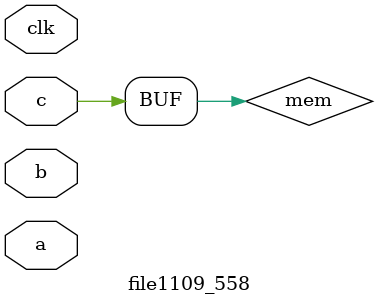
<source format=v>
`timescale 1ns / 1ps
module file1109_558(
		input clk,
		input a,
		input b,
		input c
    );

	wire mem;
	
	initial begin
		mem = 0;
	end
	
	always @(posedge clk)begin
		mem = a&b;
	end
		
	assign c = mem;

endmodule

</source>
